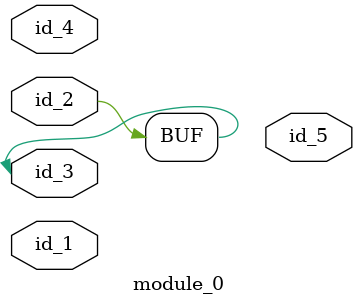
<source format=v>
`timescale 1ps / 1 ps
module module_0 (
    id_1,
    id_2,
    id_3,
    id_4,
    id_5
);
  output id_5;
  inout id_4;
  inout id_3;
  inout id_2;
  input id_1;
  assign id_2 = id_3;
endmodule

</source>
